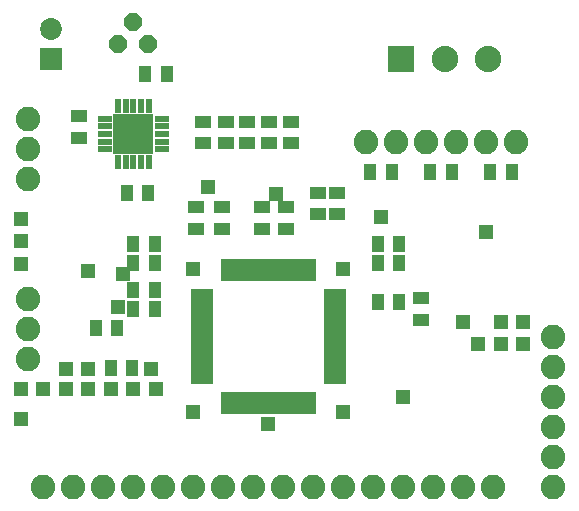
<source format=gts>
G75*
G70*
%OFA0B0*%
%FSLAX24Y24*%
%IPPOS*%
%LPD*%
%AMOC8*
5,1,8,0,0,1.08239X$1,22.5*
%
%ADD10R,0.0740X0.0190*%
%ADD11R,0.0190X0.0740*%
%ADD12R,0.0470X0.0220*%
%ADD13R,0.0220X0.0470*%
%ADD14R,0.1320X0.1320*%
%ADD15R,0.0552X0.0395*%
%ADD16R,0.0730X0.0730*%
%ADD17C,0.0730*%
%ADD18R,0.0395X0.0552*%
%ADD19C,0.0820*%
%ADD20R,0.0880X0.0880*%
%ADD21C,0.0880*%
%ADD22OC8,0.0600*%
%ADD23R,0.0476X0.0476*%
D10*
X007340Y005007D03*
X007340Y005207D03*
X007340Y005407D03*
X007340Y005597D03*
X007340Y005797D03*
X007340Y005997D03*
X007340Y006187D03*
X007340Y006387D03*
X007340Y006587D03*
X007340Y006787D03*
X007340Y006977D03*
X007340Y007177D03*
X007340Y007377D03*
X007340Y007567D03*
X007340Y007767D03*
X007340Y007967D03*
X011760Y007967D03*
X011760Y007767D03*
X011760Y007567D03*
X011760Y007377D03*
X011760Y007177D03*
X011760Y006977D03*
X011760Y006787D03*
X011760Y006587D03*
X011760Y006387D03*
X011760Y006187D03*
X011760Y005997D03*
X011760Y005797D03*
X011760Y005597D03*
X011760Y005407D03*
X011760Y005207D03*
X011760Y005007D03*
D11*
X011030Y004277D03*
X010830Y004277D03*
X010630Y004277D03*
X010440Y004277D03*
X010240Y004277D03*
X010040Y004277D03*
X009850Y004277D03*
X009650Y004277D03*
X009450Y004277D03*
X009250Y004277D03*
X009060Y004277D03*
X008860Y004277D03*
X008660Y004277D03*
X008470Y004277D03*
X008270Y004277D03*
X008070Y004277D03*
X008070Y008697D03*
X008270Y008697D03*
X008470Y008697D03*
X008660Y008697D03*
X008860Y008697D03*
X009060Y008697D03*
X009250Y008697D03*
X009450Y008697D03*
X009650Y008697D03*
X009850Y008697D03*
X010040Y008697D03*
X010240Y008697D03*
X010440Y008697D03*
X010630Y008697D03*
X010830Y008697D03*
X011030Y008697D03*
D12*
X005990Y012727D03*
X005990Y012977D03*
X005990Y013237D03*
X005990Y013497D03*
X005990Y013747D03*
X004110Y013747D03*
X004110Y013497D03*
X004110Y013237D03*
X004110Y012977D03*
X004110Y012727D03*
D13*
X004540Y012297D03*
X004790Y012297D03*
X005050Y012297D03*
X005310Y012297D03*
X005560Y012297D03*
X005560Y014177D03*
X005310Y014177D03*
X005050Y014177D03*
X004790Y014177D03*
X004540Y014177D03*
D14*
X005050Y013237D03*
D15*
X003230Y013112D03*
X003230Y013821D03*
X007150Y010791D03*
X007150Y010082D03*
X008000Y010082D03*
X008000Y010791D03*
X009350Y010791D03*
X009350Y010082D03*
X010150Y010082D03*
X010150Y010791D03*
X011190Y010572D03*
X011830Y010572D03*
X011830Y011281D03*
X011190Y011281D03*
X010310Y012942D03*
X010310Y013651D03*
X009580Y013651D03*
X008840Y013651D03*
X008840Y012942D03*
X009580Y012942D03*
X008120Y012942D03*
X008120Y013651D03*
X007360Y013651D03*
X007360Y012942D03*
X014630Y007761D03*
X014630Y007052D03*
D16*
X002300Y015737D03*
D17*
X002300Y016737D03*
D18*
X005446Y015237D03*
X006154Y015237D03*
X005534Y011267D03*
X004826Y011267D03*
X005046Y009587D03*
X005046Y008937D03*
X005754Y008937D03*
X005754Y009587D03*
X005754Y008037D03*
X005754Y007397D03*
X005046Y007397D03*
X005046Y008037D03*
X004504Y006767D03*
X003796Y006767D03*
X004296Y005437D03*
X005004Y005437D03*
X012946Y011987D03*
X013654Y011987D03*
X014946Y011987D03*
X015654Y011987D03*
X016946Y011987D03*
X017654Y011987D03*
X013904Y009587D03*
X013196Y009587D03*
X013196Y008937D03*
X013904Y008937D03*
X013904Y007637D03*
X013196Y007637D03*
D19*
X002050Y001487D03*
X003050Y001487D03*
X004050Y001487D03*
X005050Y001487D03*
X006050Y001487D03*
X007050Y001487D03*
X008050Y001487D03*
X009050Y001487D03*
X010050Y001487D03*
X011050Y001487D03*
X012050Y001487D03*
X013050Y001487D03*
X014050Y001487D03*
X015050Y001487D03*
X016050Y001487D03*
X017050Y001487D03*
X019050Y001487D03*
X019050Y002487D03*
X019050Y003487D03*
X019050Y004487D03*
X019050Y005487D03*
X019050Y006487D03*
X017800Y012987D03*
X016800Y012987D03*
X015800Y012987D03*
X014800Y012987D03*
X013800Y012987D03*
X012800Y012987D03*
X001550Y012737D03*
X001550Y011737D03*
X001550Y013737D03*
X001550Y007737D03*
X001550Y006737D03*
X001550Y005737D03*
D20*
X013980Y015737D03*
D21*
X015428Y015737D03*
X016876Y015737D03*
D22*
X005550Y016237D03*
X005050Y016987D03*
X004550Y016237D03*
D23*
X007550Y011487D03*
X009800Y011237D03*
X012050Y008737D03*
X013300Y010487D03*
X016800Y009987D03*
X017300Y006987D03*
X018050Y006987D03*
X018050Y006237D03*
X017300Y006237D03*
X016550Y006237D03*
X016050Y006987D03*
X014050Y004487D03*
X012050Y003987D03*
X009550Y003577D03*
X007050Y003987D03*
X005800Y004737D03*
X005620Y005407D03*
X005050Y004737D03*
X004300Y004737D03*
X003550Y004737D03*
X003550Y005417D03*
X002800Y005417D03*
X002800Y004737D03*
X002050Y004737D03*
X001300Y004737D03*
X001300Y003737D03*
X004550Y007487D03*
X004690Y008577D03*
X003550Y008667D03*
X001300Y008917D03*
X001300Y009667D03*
X001300Y010417D03*
X007050Y008737D03*
M02*

</source>
